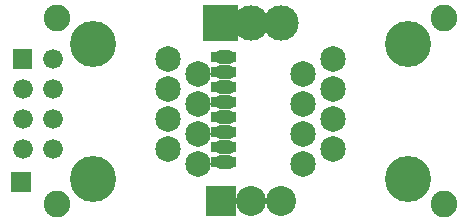
<source format=gbr>
G04 start of page 7 for group -4062 idx -4062 *
G04 Title: (unknown), soldermask *
G04 Creator: pcb 1.99z *
G04 CreationDate: Fri 14 Nov 2014 07:38:11 PM GMT UTC *
G04 For: commonadmin *
G04 Format: Gerber/RS-274X *
G04 PCB-Dimensions (mil): 1705.00 735.00 *
G04 PCB-Coordinate-Origin: lower left *
%MOIN*%
%FSLAX25Y25*%
%LNBOTTOMMASK*%
%ADD67R,0.0200X0.0200*%
%ADD66C,0.0200*%
%ADD65C,0.0660*%
%ADD64C,0.1180*%
%ADD63C,0.1000*%
%ADD62C,0.0001*%
%ADD61C,0.0887*%
%ADD60C,0.1536*%
%ADD59C,0.0851*%
G54D59*X102508Y48957D03*
Y38957D03*
Y28957D03*
Y18957D03*
X112508Y53957D03*
Y43957D03*
Y33957D03*
Y23957D03*
G54D60*X137508Y58957D03*
Y13957D03*
G54D61*X149516Y67500D03*
Y5492D03*
G54D59*X67508Y38957D03*
Y28957D03*
Y18957D03*
X57508Y33957D03*
Y23957D03*
X67508Y48957D03*
X57508Y53957D03*
Y43957D03*
G54D62*G36*
X70000Y11500D02*Y1500D01*
X80000D01*
Y11500D01*
X70000D01*
G37*
G54D63*X85000Y6500D03*
X95000D03*
G54D62*G36*
X69100Y71900D02*Y60100D01*
X80900D01*
Y71900D01*
X69100D01*
G37*
G54D64*X85000Y66000D03*
X95000D03*
G54D60*X32508Y58957D03*
G54D65*X19008Y53957D03*
G54D60*X32508Y13957D03*
G54D61*X20500Y67500D03*
Y5492D03*
G54D62*G36*
X5208Y16257D02*Y9657D01*
X11808D01*
Y16257D01*
X5208D01*
G37*
G36*
X5708Y57257D02*Y50657D01*
X12308D01*
Y57257D01*
X5708D01*
G37*
G54D65*X9008Y43957D03*
X19008D03*
X9008Y33957D03*
X19008D03*
X9008Y23957D03*
X19008D03*
G54D66*X74908Y55957D02*X77908D01*
X78608Y55257D01*
G54D67*X79108D01*
G54D66*X77008Y55357D02*X77608Y55957D01*
X76408D02*X77008Y55357D01*
X74208Y55257D02*X74908Y55957D01*
G54D67*X72708Y55257D02*X74208D01*
G54D66*X75208Y55957D02*X75808Y55357D01*
X76408Y55957D01*
X78008Y53357D02*X78608Y53957D01*
G54D67*X79108D01*
G54D66*X74908Y45957D02*X77908D01*
X78608Y45257D01*
G54D67*X79108D01*
G54D66*X77008Y45357D02*X77608Y45957D01*
X76408D02*X77008Y45357D01*
X74208Y45257D02*X74908Y45957D01*
G54D67*X72708Y45257D02*X74208D01*
G54D66*X75208Y45957D02*X75808Y45357D01*
X76408Y45957D01*
X74908Y43357D02*X78008D01*
X74908D02*X75108D01*
X78008D02*X78608Y43957D01*
G54D67*X79108D01*
G54D66*X74308D02*X74908Y43357D01*
X75108D02*X75808Y44057D01*
X76508Y43357D01*
X76308D02*X77008Y44057D01*
X77708Y43357D01*
G54D67*X72708Y43957D02*X74308D01*
G54D66*X74908Y53357D02*X78008D01*
X74908D02*X75108D01*
X74308Y53957D02*X74908Y53357D01*
G54D67*X72708Y53957D02*X74308D01*
G54D66*X75108Y53357D02*X75808Y54057D01*
X76508Y53357D01*
X76308D02*X77008Y54057D01*
X77708Y53357D01*
X74908Y50957D02*X77908D01*
X78608Y50257D01*
G54D67*X79108D01*
G54D66*X77008Y50357D02*X77608Y50957D01*
X76408D02*X77008Y50357D01*
X74208Y50257D02*X74908Y50957D01*
G54D67*X72708Y50257D02*X74208D01*
G54D66*X75208Y50957D02*X75808Y50357D01*
X76408Y50957D01*
X74308Y48957D02*X74908Y48357D01*
G54D67*X72708Y48957D02*X74308D01*
G54D66*X75108Y48357D02*X75808Y49057D01*
X74908Y48357D02*X75108D01*
X78008D02*X78608Y48957D01*
G54D67*X79108D01*
G54D66*X74908Y48357D02*X78008D01*
X75808Y49057D02*X76508Y48357D01*
X76308D02*X77008Y49057D01*
X77708Y48357D01*
X74208Y20257D02*X74908Y20957D01*
G54D67*X72708Y20257D02*X74208D01*
G54D66*X77908Y20957D02*X78608Y20257D01*
G54D67*X79108D01*
G54D66*X74908Y20957D02*X77908D01*
X75208D02*X75808Y20357D01*
X76408Y20957D01*
X77008Y20357D02*X77608Y20957D01*
X76408D02*X77008Y20357D01*
X74908Y18357D02*X78008D01*
X74908D02*X75108D01*
X78008D02*X78608Y18957D01*
G54D67*X79108D01*
G54D66*X74308D02*X74908Y18357D01*
G54D67*X72708Y18957D02*X74308D01*
G54D66*X75108Y18357D02*X75808Y19057D01*
X76508Y18357D01*
X76308D02*X77008Y19057D01*
X77708Y18357D01*
X74908Y25957D02*X77908D01*
X78608Y25257D01*
X75208Y25957D02*X75808Y25357D01*
X76408Y25957D01*
X77008Y25357D02*X77608Y25957D01*
X76408D02*X77008Y25357D01*
G54D67*X78608Y25257D02*X79108D01*
G54D66*X78008Y23357D02*X78608Y23957D01*
G54D67*X79108D01*
G54D66*X77008Y24057D02*X77708Y23357D01*
X74208Y25257D02*X74908Y25957D01*
G54D67*X72708Y25257D02*X74208D01*
G54D66*X74308Y23957D02*X74908Y23357D01*
G54D67*X72708Y23957D02*X74308D01*
G54D66*X75108Y23357D02*X75808Y24057D01*
X74908Y23357D02*X75108D01*
X74908D02*X78008D01*
X75808Y24057D02*X76508Y23357D01*
X76308D02*X77008Y24057D01*
X74208Y40257D02*X74908Y40957D01*
G54D67*X72708Y40257D02*X74208D01*
G54D66*X77908Y40957D02*X78608Y40257D01*
G54D67*X79108D01*
G54D66*X74908Y40957D02*X77908D01*
X75208D02*X75808Y40357D01*
X76408Y40957D01*
X77008Y40357D02*X77608Y40957D01*
X76408D02*X77008Y40357D01*
X74308Y38957D02*X74908Y38357D01*
G54D67*X72708Y38957D02*X74308D01*
G54D66*X75108Y38357D02*X75808Y39057D01*
X76508Y38357D01*
X76308D02*X77008Y39057D01*
X77708Y38357D01*
X74208Y30257D02*X74908Y30957D01*
G54D67*X72708Y30257D02*X74208D01*
G54D66*X77908Y30957D02*X78608Y30257D01*
G54D67*X79108D01*
G54D66*X74908Y30957D02*X77908D01*
X75208D02*X75808Y30357D01*
X76408Y30957D01*
X77008Y30357D02*X77608Y30957D01*
X76408D02*X77008Y30357D01*
G54D67*X72708Y28957D02*X74308D01*
G54D66*X74908Y28357D01*
X75108D02*X75808Y29057D01*
X74908Y28357D02*X75108D01*
X78008D02*X78608Y28957D01*
G54D67*X79108D01*
G54D66*X74908Y28357D02*X78008D01*
X75808Y29057D02*X76508Y28357D01*
X76308D02*X77008Y29057D01*
X77708Y28357D01*
X74908Y38357D02*X78008D01*
X74908D02*X75108D01*
X78008D02*X78608Y38957D01*
G54D67*X79108D01*
G54D66*X74908Y35957D02*X77908D01*
X78608Y35257D01*
G54D67*X79108D01*
G54D66*X76408Y35957D02*X77008Y35357D01*
X74208Y35257D02*X74908Y35957D01*
G54D67*X72708Y35257D02*X74208D01*
G54D66*X75208Y35957D02*X75808Y35357D01*
X76408Y35957D01*
X77008Y35357D02*X77608Y35957D01*
X74308Y33957D02*X74908Y33357D01*
G54D67*X72708Y33957D02*X74308D01*
G54D66*X75108Y33357D02*X75808Y34057D01*
X74908Y33357D02*X75108D01*
X78008D02*X78608Y33957D01*
G54D67*X79108D01*
G54D66*X74908Y33357D02*X78008D01*
X75808Y34057D02*X76508Y33357D01*
X76308D02*X77008Y34057D01*
X77708Y33357D01*
M02*

</source>
